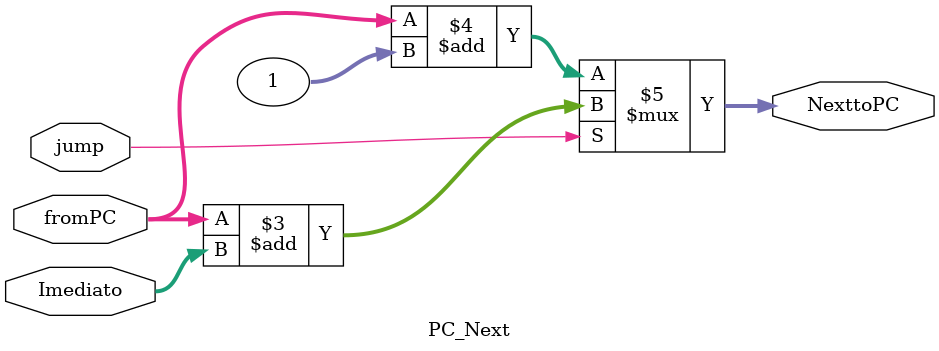
<source format=v>
module ALU( A, B, ALUcontrol_In, ALUResult, zero);

input [31:0] A,B;
input [3:0] ALUcontrol_In;
output reg zero;
output reg [31:0] ALUResult;

always @ (ALUcontrol_In or A or B)
begin
    case (ALUcontrol_In)
        4'b0000: begin zero<=0; ALUResult<=A&B; end
        4'b0001: begin zero<=0; ALUResult<=A|B; end
        4'b0010: begin zero<=0; ALUResult<=A+B; end
        4'b0110: begin if(A==B) zero<=1; else zero<=0; ALUResult<=A-B; end
        default: begin zero<=0; ALUResult<=A; end
    endcase
end

endmodule

module ALU_Control(ALUOp, funct7, funct3, ALUControl_out);

    input [1:0] ALUOp;
    input funct7;
    input [2:0] funct3;
    output reg [3:0] ALUControl_out;

    always @(*) begin
        case ({ALUOp, funct7, funct3})
            6'b00_0_000 : ALUControl_out <= 4'b0010; // ADD
            6'b01_0_000 : ALUControl_out <= 4'b0110; // SUB
            6'b10_0_000 : ALUControl_out <= 4'b0010; // ADD aritmetica
            6'b10_1_000 : ALUControl_out <= 4'b0110; // SUB aritmetica
            6'b10_0_111 : ALUControl_out <= 4'b0000; // AND aritmetica
            6'b10_0_110 : ALUControl_out <= 4'b0001; // OR  aritmetica
            default: ALUControl_out <= 4'b0000; // Handle invalid inputs
        endcase
    end

endmodule 

module And(branch, zero, andout);

    input branch, zero;
    output andout;
    
    assign andout = branch & zero;

endmodule 

module Control_Unit ( Opcode,Branch,MemRead,MemtoReg,MemWrite,ALUSrc,RegWrite, ALUOp);

    input [6:0] Opcode;
    output reg Branch,MemRead,MemtoReg,MemWrite,ALUSrc,RegWrite;
    output reg [1:0] ALUOp;

    always @(*)
    begin
        case (Opcode)
            7'b0110011: // R-type instruction
            begin 
                ALUSrc <= 0;
                MemtoReg <= 0;
                RegWrite <= 1;
                MemRead <= 0;
                MemWrite <= 0;
                Branch <= 0;
                ALUOp <= 2'b10;
            end

            7'b0000011: // Load instruction
            begin 
                ALUSrc <= 1;
                MemtoReg <= 1;
                RegWrite <= 1;
                MemRead <= 1;
                MemWrite <= 0;
                Branch <= 0;
                ALUOp <= 2'b00;
            end

            7'b0100011: // Store instruction
            begin 
                ALUSrc <= 1;
                MemtoReg <= 0;
                RegWrite <= 0;
                MemRead <= 0;
                MemWrite <= 1;
                Branch <= 0;
                ALUOp <= 2'b00;
            end

            7'b1100011: // Branch-equal instruction
            begin 
                ALUSrc <= 0;
                MemtoReg <= 0;
                RegWrite <= 0;
                MemRead <= 0;
                MemWrite <= 0;
                Branch <= 1;
                ALUOp <= 2'b01;
            end

				7'b0010011: // ADDi (soma com imediato)
            begin 
                ALUSrc <= 1;
                MemtoReg <= 0;
                RegWrite <= 1;
                MemRead <= 0;
                MemWrite <= 0;
                Branch <= 0;
                ALUOp <= 2'b10;
            end
				
            default: // same as R-type
            begin 
                ALUSrc <= 0;
                MemtoReg <= 0;
                RegWrite <= 1;
                MemRead <= 0;
                MemWrite <= 0;
                Branch <= 0;
                ALUOp <= 2'b10;
            end
        endcase
    end

endmodule 

module Data_Memory(clk, reset, MemWrite, MemRead, address, Writedata, Data_out);

    input clk, reset, MemWrite, MemRead;
    input [31:0] address, Writedata;
    output [31:0] Data_out;

    reg [31:0] DataMemory [63:0];
    assign Data_out = (MemRead) ? DataMemory[address] : 32'b0;

    integer k;
    always @(posedge clk)
    begin
        if (reset == 1'b1) begin
            for (k = 0; k < 64; k = k + 1)
                DataMemory[k] = 32'b0;
        end
        else if (MemWrite) begin
            DataMemory[address] = Writedata;
        end
    end

endmodule 

module immediate_Generator (
    input [6:0] Opcode,
    input [31:0] instruction,
    output reg [31:0] ImmExt
);

always @* begin
    case (Opcode)
        7'b0010011: ImmExt = {{20{instruction[31]}}, instruction[31:20]};  // I instruction
        7'b0100011: ImmExt = {{20{instruction[31]}}, instruction[31:25], instruction[11:7]};  // S instruction
		  7'b1100011: ImmExt = {{19{instruction[31]}}, instruction[31], instruction[7], instruction[30:25], instruction[11:8], 1'b0};  // B instruction
        default: ImmExt = {{22{instruction[29]}}, instruction[29:20]};  // Default case for other instructions
    endcase
end

endmodule 

module Instruction_Memory(clk, reset, read_address, Instructions_out);

	input clk, reset;
	input [31:0] read_address;
	output [31:0] Instructions_out;
	reg [31:0] Imemory [63:0];
	integer k;
	
	initial begin
		$readmemb("teste.txt", Imemory);
	end
	
	assign Instructions_out = Imemory[read_address];
	/*always @(posedge clk)
	begin
		 if (reset == 1'b1) begin
			  for (k=0; k<64; k=k+1)
			Imemory[k] = 32'b0;end
	end*/
endmodule 

module Mux1(Sel, A1, B1, Mux1_out);

    input Sel;
    input [31:0] A1, B1;
    output [31:0] Mux1_out;
    
    assign Mux1_out = (Sel == 1'b0) ? A1 : B1;

endmodule 

module Mux2(Sel, A2, B2, Mux2_out);

    input Sel;
    input [31:0] A2, B2;
    output [31:0] Mux2_out;
    
    assign Mux2_out = (Sel == 1'b0) ? A2 : B2;

endmodule 

module Mux3(Sel, A3, B3, Mux3_out);

    input Sel;
    input [31:0] A3, B3;
    output [31:0] Mux3_out;
    
    assign Mux3_out = (Sel == 1'b0) ? A3 : B3;

endmodule 

module PCplus4(fromPC, NexttoPC);

	input  [31:0] fromPC;
	output [31:0] NexttoPC;

	// No livro, é somado + 4. Para o que esperávamos, precisa somar 1
	assign NexttoPC = fromPC + 32'h00000001;

endmodule 

// Módulo do Program_Counter
module Program_Counter (clk, reset, PC_in, PC_out);

input clk, reset;
input [31:0] PC_in;
output reg [31:0] PC_out;
always @ (posedge clk)
begin
    if(reset==1'b1)
        PC_out <= 32'h0;
    else
        PC_out <= PC_in;
end
endmodule

module Register_File(clk, reset, RegWrite, Rs1, Rs2, Rd, Write_data, Read_data1, Read_data2);

input clk, reset, RegWrite;
input [4:0] Rs1, Rs2, Rd;
input [31:0] Write_data;
output [31:0] Read_data1, Read_data2;

reg [31:0] Registers [31:0];
integer k;

always @(posedge clk) begin
    if (reset == 1'b1) begin
        for (k = 0; k < 32; k = k + 1) begin
            Registers[k] = 32'h0;
        end
    end
    else if (RegWrite == 1'b1) begin
        Registers[Rd] = Write_data;
    end
end

assign Read_data1 = Registers[Rs1];
assign Read_data2 = Registers[Rs2];

endmodule 

module seletor_bits (
    input [31:0] data_in,
    output [6:0] instruction_control,
	 output [4:0] intruction_r_register1,
	 output [4:0] intruction_r_register2,
	 output [4:0] instruction_w_register
);

assign instruction_control = data_in[6:0];
assign intruction_r_register1 = data_in[19:15];
assign intruction_r_register2 = data_in[24:20];
assign instruction_w_register = data_in[11:7];

endmodule 

module seletor_bits_2 (
    input [31:0] data_in,
	 output func7,
	 output [2:0] func3
);

assign func7 = data_in[30];
assign func3 = data_in[14:12];

endmodule 

module PC_Next(
    input [31:0] fromPC,
    input [31:0] Imediato,
    input jump,
    output [31:0] NexttoPC
);

    assign NexttoPC = jump ? (fromPC + Imediato) : (fromPC + 32'd1);

endmodule
</source>
